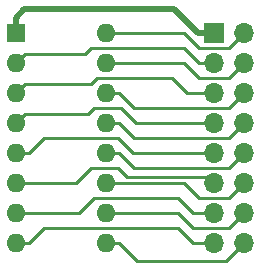
<source format=gbr>
G04 #@! TF.GenerationSoftware,KiCad,Pcbnew,5.0.2+dfsg1-1~bpo9+1*
G04 #@! TF.CreationDate,2019-02-10T17:41:17+01:00*
G04 #@! TF.ProjectId,test_pcb,74657374-5f70-4636-922e-6b696361645f,rev?*
G04 #@! TF.SameCoordinates,Original*
G04 #@! TF.FileFunction,Copper,L1,Top*
G04 #@! TF.FilePolarity,Positive*
%FSLAX46Y46*%
G04 Gerber Fmt 4.6, Leading zero omitted, Abs format (unit mm)*
G04 Created by KiCad (PCBNEW 5.0.2+dfsg1-1~bpo9+1) date Sun 10 Feb 2019 05:41:17 PM CET*
%MOMM*%
%LPD*%
G01*
G04 APERTURE LIST*
G04 #@! TA.AperFunction,ComponentPad*
%ADD10O,1.600000X1.600000*%
G04 #@! TD*
G04 #@! TA.AperFunction,ComponentPad*
%ADD11R,1.600000X1.600000*%
G04 #@! TD*
G04 #@! TA.AperFunction,ComponentPad*
%ADD12O,1.700000X1.700000*%
G04 #@! TD*
G04 #@! TA.AperFunction,ComponentPad*
%ADD13R,1.700000X1.700000*%
G04 #@! TD*
G04 #@! TA.AperFunction,Conductor*
%ADD14C,0.500000*%
G04 #@! TD*
G04 #@! TA.AperFunction,Conductor*
%ADD15C,0.250000*%
G04 #@! TD*
G04 APERTURE END LIST*
D10*
G04 #@! TO.P,REF\002A\002A,16*
G04 #@! TO.N,N/C*
X105156000Y-73152000D03*
G04 #@! TO.P,REF\002A\002A,8*
X97536000Y-90932000D03*
G04 #@! TO.P,REF\002A\002A,15*
X105156000Y-75692000D03*
G04 #@! TO.P,REF\002A\002A,7*
X97536000Y-88392000D03*
G04 #@! TO.P,REF\002A\002A,14*
X105156000Y-78232000D03*
G04 #@! TO.P,REF\002A\002A,6*
X97536000Y-85852000D03*
G04 #@! TO.P,REF\002A\002A,13*
X105156000Y-80772000D03*
G04 #@! TO.P,REF\002A\002A,5*
X97536000Y-83312000D03*
G04 #@! TO.P,REF\002A\002A,12*
X105156000Y-83312000D03*
G04 #@! TO.P,REF\002A\002A,4*
X97536000Y-80772000D03*
G04 #@! TO.P,REF\002A\002A,11*
X105156000Y-85852000D03*
G04 #@! TO.P,REF\002A\002A,3*
X97536000Y-78232000D03*
G04 #@! TO.P,REF\002A\002A,10*
X105156000Y-88392000D03*
G04 #@! TO.P,REF\002A\002A,2*
X97536000Y-75692000D03*
G04 #@! TO.P,REF\002A\002A,9*
X105156000Y-90932000D03*
D11*
G04 #@! TO.P,REF\002A\002A,1*
X97536000Y-73152000D03*
G04 #@! TD*
D12*
G04 #@! TO.P,REF\002A\002A,16*
G04 #@! TO.N,N/C*
X116840000Y-90932000D03*
G04 #@! TO.P,REF\002A\002A,15*
X114300000Y-90932000D03*
G04 #@! TO.P,REF\002A\002A,14*
X116840000Y-88392000D03*
G04 #@! TO.P,REF\002A\002A,13*
X114300000Y-88392000D03*
G04 #@! TO.P,REF\002A\002A,12*
X116840000Y-85852000D03*
G04 #@! TO.P,REF\002A\002A,11*
X114300000Y-85852000D03*
G04 #@! TO.P,REF\002A\002A,10*
X116840000Y-83312000D03*
G04 #@! TO.P,REF\002A\002A,9*
X114300000Y-83312000D03*
G04 #@! TO.P,REF\002A\002A,8*
X116840000Y-80772000D03*
G04 #@! TO.P,REF\002A\002A,7*
X114300000Y-80772000D03*
G04 #@! TO.P,REF\002A\002A,6*
X116840000Y-78232000D03*
G04 #@! TO.P,REF\002A\002A,5*
X114300000Y-78232000D03*
G04 #@! TO.P,REF\002A\002A,4*
X116840000Y-75692000D03*
G04 #@! TO.P,REF\002A\002A,3*
X114300000Y-75692000D03*
G04 #@! TO.P,REF\002A\002A,2*
X116840000Y-73152000D03*
D13*
G04 #@! TO.P,REF\002A\002A,1*
X114300000Y-73152000D03*
G04 #@! TD*
D14*
G04 #@! TO.N,*
X97536000Y-71852000D02*
X97536000Y-73152000D01*
X112950000Y-73152000D02*
X110918000Y-71120000D01*
X110918000Y-71120000D02*
X98268000Y-71120000D01*
X114300000Y-73152000D02*
X112950000Y-73152000D01*
X98268000Y-71120000D02*
X97536000Y-71852000D01*
D15*
X116840000Y-73152000D02*
X115990001Y-74001999D01*
X115990001Y-74001999D02*
X115570000Y-74422000D01*
X115570000Y-74422000D02*
X113030000Y-74422000D01*
X111760000Y-73152000D02*
X113030000Y-74422000D01*
X105156000Y-73152000D02*
X111760000Y-73152000D01*
X98335999Y-74892001D02*
X97536000Y-75692000D01*
X103415999Y-74892001D02*
X98335999Y-74892001D01*
X113097919Y-75692000D02*
X111827919Y-74422000D01*
X114300000Y-75692000D02*
X113097919Y-75692000D01*
X103886000Y-74422000D02*
X103415999Y-74892001D01*
X111827919Y-74422000D02*
X103886000Y-74422000D01*
X105156000Y-75692000D02*
X111760000Y-75692000D01*
X111760000Y-75692000D02*
X113030000Y-76962000D01*
X113030000Y-76962000D02*
X115570000Y-76962000D01*
X115990001Y-76541999D02*
X116840000Y-75692000D01*
X115570000Y-76962000D02*
X115990001Y-76541999D01*
X106287370Y-78232000D02*
X107557370Y-79502000D01*
X105156000Y-78232000D02*
X106287370Y-78232000D01*
X114300000Y-79502000D02*
X113792000Y-79502000D01*
X107557370Y-79502000D02*
X113792000Y-79502000D01*
X116840000Y-78232000D02*
X115570000Y-79502000D01*
X113792000Y-79502000D02*
X114046000Y-79502000D01*
X115570000Y-79502000D02*
X114300000Y-79502000D01*
X115990001Y-81621999D02*
X116840000Y-80772000D01*
X106287370Y-80772000D02*
X107557370Y-82042000D01*
X105156000Y-80772000D02*
X106287370Y-80772000D01*
X107557370Y-82042000D02*
X115570000Y-82042000D01*
X115570000Y-82042000D02*
X115990001Y-81621999D01*
X115990001Y-84161999D02*
X116840000Y-83312000D01*
X115570000Y-84582000D02*
X115990001Y-84161999D01*
X105156000Y-83312000D02*
X106287370Y-83312000D01*
X106287370Y-83312000D02*
X107557370Y-84582000D01*
X107557370Y-84582000D02*
X115570000Y-84582000D01*
X105156000Y-85852000D02*
X111760000Y-85852000D01*
X111760000Y-85852000D02*
X113030000Y-87122000D01*
X113030000Y-87122000D02*
X115570000Y-87122000D01*
X115990001Y-86701999D02*
X116840000Y-85852000D01*
X115570000Y-87122000D02*
X115990001Y-86701999D01*
X113792000Y-85344000D02*
X114300000Y-85852000D01*
X106934000Y-85344000D02*
X113792000Y-85344000D01*
X97536000Y-85852000D02*
X102616000Y-85852000D01*
X103886000Y-84582000D02*
X106172000Y-84582000D01*
X102616000Y-85852000D02*
X103886000Y-84582000D01*
X106172000Y-84582000D02*
X106934000Y-85344000D01*
X97536000Y-88392000D02*
X102870000Y-88392000D01*
X112522000Y-88392000D02*
X114300000Y-88392000D01*
X102870000Y-88392000D02*
X104140000Y-87122000D01*
X104140000Y-87122000D02*
X111252000Y-87122000D01*
X111252000Y-87122000D02*
X112522000Y-88392000D01*
X115990001Y-89241999D02*
X116840000Y-88392000D01*
X105156000Y-88392000D02*
X111252000Y-88392000D01*
X111252000Y-88392000D02*
X112522000Y-89662000D01*
X115570000Y-89662000D02*
X115990001Y-89241999D01*
X112522000Y-89662000D02*
X115570000Y-89662000D01*
X112522000Y-90932000D02*
X114300000Y-90932000D01*
X97536000Y-90932000D02*
X98667370Y-90932000D01*
X98667370Y-90932000D02*
X99937370Y-89662000D01*
X99937370Y-89662000D02*
X111252000Y-89662000D01*
X111252000Y-89662000D02*
X112522000Y-90932000D01*
X106287370Y-90932000D02*
X107811370Y-92456000D01*
X105156000Y-90932000D02*
X106287370Y-90932000D01*
X115316000Y-92456000D02*
X116840000Y-90932000D01*
X107811370Y-92456000D02*
X115316000Y-92456000D01*
X107442000Y-83312000D02*
X114300000Y-83312000D01*
X97536000Y-83312000D02*
X98667370Y-83312000D01*
X98667370Y-83312000D02*
X99937370Y-82042000D01*
X99937370Y-82042000D02*
X106172000Y-82042000D01*
X106172000Y-82042000D02*
X107442000Y-83312000D01*
X107696000Y-80772000D02*
X114300000Y-80772000D01*
X97536000Y-80772000D02*
X98335999Y-79972001D01*
X106426000Y-79502000D02*
X107696000Y-80772000D01*
X98335999Y-79972001D02*
X103669999Y-79972001D01*
X103669999Y-79972001D02*
X104140000Y-79502000D01*
X104140000Y-79502000D02*
X106426000Y-79502000D01*
X112014000Y-78232000D02*
X114300000Y-78232000D01*
X98335999Y-77432001D02*
X103923999Y-77432001D01*
X97536000Y-78232000D02*
X98335999Y-77432001D01*
X103923999Y-77432001D02*
X104394000Y-76962000D01*
X110744000Y-76962000D02*
X112014000Y-78232000D01*
X104394000Y-76962000D02*
X110744000Y-76962000D01*
G04 #@! TD*
M02*

</source>
